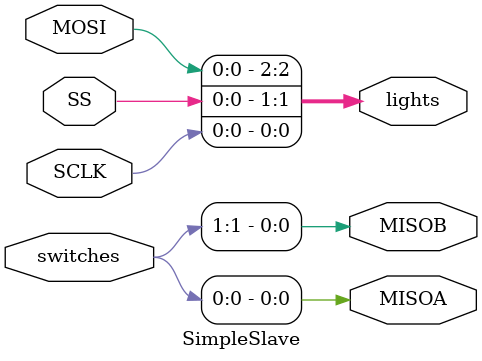
<source format=v>
module SimpleSlave (SCLK, SS, MISOA, MISOB, MOSI, switches, lights);
	
	//	Define the I/Os	//
	input SCLK;
	input SS;
	input MOSI;
	
	input [1:0]switches;
	
	output MISOA;
	output MISOB;
	
	output [2:0]lights;
	
	//	Assignments	//
	assign MISOA = switches[0];
	assign MISOB = switches[1];
	
	assign lights[0] = SCLK;
	assign lights[1] = SS;
	assign lights[2] = MOSI;
	
endmodule

</source>
